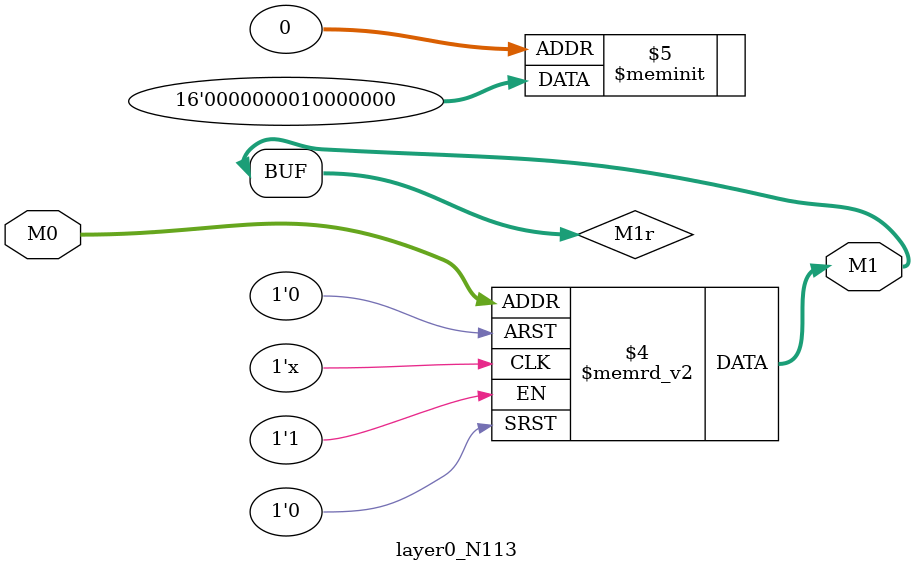
<source format=v>
module layer0_N113 ( input [2:0] M0, output [1:0] M1 );

	(*rom_style = "distributed" *) reg [1:0] M1r;
	assign M1 = M1r;
	always @ (M0) begin
		case (M0)
			3'b000: M1r = 2'b00;
			3'b100: M1r = 2'b00;
			3'b010: M1r = 2'b00;
			3'b110: M1r = 2'b00;
			3'b001: M1r = 2'b00;
			3'b101: M1r = 2'b00;
			3'b011: M1r = 2'b10;
			3'b111: M1r = 2'b00;

		endcase
	end
endmodule

</source>
